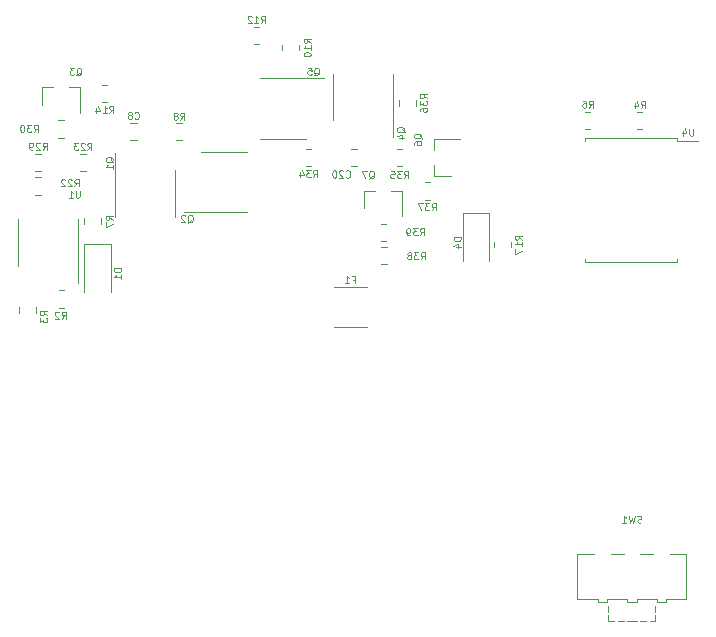
<source format=gbr>
%TF.GenerationSoftware,KiCad,Pcbnew,5.1.10-88a1d61d58~90~ubuntu20.04.1*%
%TF.CreationDate,2021-08-05T17:18:09+03:00*%
%TF.ProjectId,PiUPS,50695550-532e-46b6-9963-61645f706362,rev?*%
%TF.SameCoordinates,Original*%
%TF.FileFunction,Legend,Bot*%
%TF.FilePolarity,Positive*%
%FSLAX46Y46*%
G04 Gerber Fmt 4.6, Leading zero omitted, Abs format (unit mm)*
G04 Created by KiCad (PCBNEW 5.1.10-88a1d61d58~90~ubuntu20.04.1) date 2021-08-05 17:18:09*
%MOMM*%
%LPD*%
G01*
G04 APERTURE LIST*
%ADD10C,0.120000*%
%ADD11C,0.100000*%
G04 APERTURE END LIST*
D10*
%TO.C,R12*%
X86722936Y-76035000D02*
X87177064Y-76035000D01*
X86722936Y-74565000D02*
X87177064Y-74565000D01*
%TO.C,U4*%
X118650000Y-94515000D02*
X114790000Y-94515000D01*
X114790000Y-94515000D02*
X114790000Y-94260000D01*
X118650000Y-94515000D02*
X122510000Y-94515000D01*
X122510000Y-94515000D02*
X122510000Y-94260000D01*
X118650000Y-83995000D02*
X114790000Y-83995000D01*
X114790000Y-83995000D02*
X114790000Y-84250000D01*
X118650000Y-83995000D02*
X122510000Y-83995000D01*
X122510000Y-83995000D02*
X122510000Y-84250000D01*
X122510000Y-84250000D02*
X124325000Y-84250000D01*
%TO.C,U1*%
X66735000Y-92825000D02*
X66735000Y-90875000D01*
X66735000Y-92825000D02*
X66735000Y-94775000D01*
X71855000Y-92825000D02*
X71855000Y-90875000D01*
X71855000Y-92825000D02*
X71855000Y-96275000D01*
%TO.C,SW1*%
X115525000Y-119180000D02*
X114125000Y-119180000D01*
X114125000Y-119180000D02*
X114125000Y-122980000D01*
X123325000Y-122980000D02*
X123325000Y-119180000D01*
X123325000Y-119180000D02*
X121925000Y-119180000D01*
X116925000Y-119180000D02*
X118025000Y-119180000D01*
X118025000Y-119180000D02*
X118025000Y-119180000D01*
X119425000Y-119180000D02*
X120525000Y-119180000D01*
X120525000Y-119180000D02*
X120525000Y-119180000D01*
X114125000Y-122980000D02*
X115825000Y-122980000D01*
X115825000Y-122980000D02*
X115825000Y-123280000D01*
X115825000Y-123280000D02*
X116625000Y-123280000D01*
X116625000Y-123280000D02*
X116625000Y-122980000D01*
X116625000Y-122980000D02*
X118325000Y-122980000D01*
X118325000Y-122980000D02*
X118325000Y-123280000D01*
X118325000Y-123280000D02*
X119125000Y-123280000D01*
X119125000Y-123280000D02*
X119125000Y-122980000D01*
X119125000Y-122980000D02*
X120825000Y-122980000D01*
X120825000Y-122980000D02*
X120825000Y-123280000D01*
X120825000Y-123280000D02*
X121625000Y-123280000D01*
X121625000Y-123280000D02*
X121625000Y-122980000D01*
X121625000Y-122980000D02*
X123325000Y-122980000D01*
X123325000Y-122980000D02*
X123325000Y-122980000D01*
X120725000Y-124880000D02*
X120725000Y-124380000D01*
X120725000Y-124380000D02*
X120725000Y-124380000D01*
X120725000Y-124880000D02*
X120225000Y-124880000D01*
X120225000Y-124880000D02*
X120225000Y-124880000D01*
X116725000Y-124880000D02*
X117225000Y-124880000D01*
X117225000Y-124880000D02*
X117225000Y-124880000D01*
X116725000Y-124880000D02*
X116725000Y-124380000D01*
X116725000Y-124380000D02*
X116725000Y-124380000D01*
X116725000Y-124080000D02*
X116725000Y-123580000D01*
X116725000Y-123580000D02*
X116725000Y-123580000D01*
X120725000Y-124080000D02*
X120725000Y-123580000D01*
X120725000Y-123580000D02*
X120725000Y-123580000D01*
X119925000Y-124880000D02*
X119425000Y-124880000D01*
X119425000Y-124880000D02*
X119425000Y-124880000D01*
X117525000Y-124880000D02*
X118025000Y-124880000D01*
X118025000Y-124880000D02*
X118025000Y-124880000D01*
X118325000Y-124880000D02*
X119125000Y-124880000D01*
X119125000Y-124880000D02*
X119125000Y-124880000D01*
%TO.C,R17*%
X107025000Y-92752936D02*
X107025000Y-93207064D01*
X108495000Y-92752936D02*
X108495000Y-93207064D01*
%TO.C,R10*%
X89115000Y-76072936D02*
X89115000Y-76527064D01*
X90585000Y-76072936D02*
X90585000Y-76527064D01*
%TO.C,R6*%
X114772936Y-83235000D02*
X115227064Y-83235000D01*
X114772936Y-81765000D02*
X115227064Y-81765000D01*
%TO.C,R4*%
X119172936Y-83235000D02*
X119627064Y-83235000D01*
X119172936Y-81765000D02*
X119627064Y-81765000D01*
%TO.C,R34*%
X91577064Y-84915000D02*
X91122936Y-84915000D01*
X91577064Y-86385000D02*
X91122936Y-86385000D01*
%TO.C,R8*%
X80172936Y-84185000D02*
X80627064Y-84185000D01*
X80172936Y-82715000D02*
X80627064Y-82715000D01*
%TO.C,R35*%
X99277064Y-84915000D02*
X98822936Y-84915000D01*
X99277064Y-86385000D02*
X98822936Y-86385000D01*
%TO.C,R14*%
X73872936Y-80935000D02*
X74327064Y-80935000D01*
X73872936Y-79465000D02*
X74327064Y-79465000D01*
%TO.C,R30*%
X70627064Y-82465000D02*
X70172936Y-82465000D01*
X70627064Y-83935000D02*
X70172936Y-83935000D01*
%TO.C,R37*%
X101172936Y-89185000D02*
X101627064Y-89185000D01*
X101172936Y-87715000D02*
X101627064Y-87715000D01*
%TO.C,R23*%
X72477064Y-85315000D02*
X72022936Y-85315000D01*
X72477064Y-86785000D02*
X72022936Y-86785000D01*
%TO.C,R36*%
X100485000Y-81227064D02*
X100485000Y-80772936D01*
X99015000Y-81227064D02*
X99015000Y-80772936D01*
%TO.C,R39*%
X97472936Y-92685000D02*
X97927064Y-92685000D01*
X97472936Y-91215000D02*
X97927064Y-91215000D01*
%TO.C,R38*%
X97522936Y-94685000D02*
X97977064Y-94685000D01*
X97522936Y-93215000D02*
X97977064Y-93215000D01*
%TO.C,R2*%
X70222936Y-98335000D02*
X70677064Y-98335000D01*
X70222936Y-96865000D02*
X70677064Y-96865000D01*
%TO.C,R3*%
X66815000Y-98322936D02*
X66815000Y-98777064D01*
X68285000Y-98322936D02*
X68285000Y-98777064D01*
%TO.C,R29*%
X68677064Y-85315000D02*
X68222936Y-85315000D01*
X68677064Y-86785000D02*
X68222936Y-86785000D01*
%TO.C,R22*%
X68222936Y-88785000D02*
X68677064Y-88785000D01*
X68222936Y-87315000D02*
X68677064Y-87315000D01*
%TO.C,R7*%
X73785000Y-91227064D02*
X73785000Y-90772936D01*
X72315000Y-91227064D02*
X72315000Y-90772936D01*
%TO.C,Q5*%
X89200000Y-84030000D02*
X87250000Y-84030000D01*
X89200000Y-84030000D02*
X91150000Y-84030000D01*
X89200000Y-78910000D02*
X87250000Y-78910000D01*
X89200000Y-78910000D02*
X92650000Y-78910000D01*
%TO.C,Q2*%
X84225000Y-85125000D02*
X86175000Y-85125000D01*
X84225000Y-85125000D02*
X82275000Y-85125000D01*
X84225000Y-90245000D02*
X86175000Y-90245000D01*
X84225000Y-90245000D02*
X80775000Y-90245000D01*
%TO.C,Q6*%
X101990000Y-87230000D02*
X101990000Y-86300000D01*
X101990000Y-84070000D02*
X101990000Y-85000000D01*
X101990000Y-84070000D02*
X104150000Y-84070000D01*
X101990000Y-87230000D02*
X103450000Y-87230000D01*
%TO.C,Q3*%
X68820000Y-79690000D02*
X69750000Y-79690000D01*
X71980000Y-79690000D02*
X71050000Y-79690000D01*
X71980000Y-79690000D02*
X71980000Y-81850000D01*
X68820000Y-79690000D02*
X68820000Y-81150000D01*
%TO.C,Q4*%
X93425000Y-80465000D02*
X93425000Y-78515000D01*
X93425000Y-80465000D02*
X93425000Y-82415000D01*
X98545000Y-80465000D02*
X98545000Y-78515000D01*
X98545000Y-80465000D02*
X98545000Y-83915000D01*
%TO.C,Q1*%
X80075000Y-88675000D02*
X80075000Y-90625000D01*
X80075000Y-88675000D02*
X80075000Y-86725000D01*
X74955000Y-88675000D02*
X74955000Y-90625000D01*
X74955000Y-88675000D02*
X74955000Y-85225000D01*
%TO.C,Q7*%
X96070000Y-88440000D02*
X97000000Y-88440000D01*
X99230000Y-88440000D02*
X98300000Y-88440000D01*
X99230000Y-88440000D02*
X99230000Y-90600000D01*
X96070000Y-88440000D02*
X96070000Y-89900000D01*
%TO.C,F1*%
X96286252Y-96590000D02*
X93513748Y-96590000D01*
X96286252Y-100010000D02*
X93513748Y-100010000D01*
%TO.C,D4*%
X104405000Y-94427500D02*
X104405000Y-90367500D01*
X104405000Y-90367500D02*
X106675000Y-90367500D01*
X106675000Y-90367500D02*
X106675000Y-94427500D01*
%TO.C,D1*%
X72365000Y-97037500D02*
X72365000Y-92977500D01*
X72365000Y-92977500D02*
X74635000Y-92977500D01*
X74635000Y-92977500D02*
X74635000Y-97037500D01*
%TO.C,C20*%
X95448752Y-84915000D02*
X94926248Y-84915000D01*
X95448752Y-86385000D02*
X94926248Y-86385000D01*
%TO.C,C8*%
X76276248Y-84185000D02*
X76798752Y-84185000D01*
X76276248Y-82715000D02*
X76798752Y-82715000D01*
%TO.C,R12*%
D11*
X87335714Y-74246428D02*
X87535714Y-73960714D01*
X87678571Y-74246428D02*
X87678571Y-73646428D01*
X87450000Y-73646428D01*
X87392857Y-73675000D01*
X87364285Y-73703571D01*
X87335714Y-73760714D01*
X87335714Y-73846428D01*
X87364285Y-73903571D01*
X87392857Y-73932142D01*
X87450000Y-73960714D01*
X87678571Y-73960714D01*
X86764285Y-74246428D02*
X87107142Y-74246428D01*
X86935714Y-74246428D02*
X86935714Y-73646428D01*
X86992857Y-73732142D01*
X87050000Y-73789285D01*
X87107142Y-73817857D01*
X86535714Y-73703571D02*
X86507142Y-73675000D01*
X86450000Y-73646428D01*
X86307142Y-73646428D01*
X86250000Y-73675000D01*
X86221428Y-73703571D01*
X86192857Y-73760714D01*
X86192857Y-73817857D01*
X86221428Y-73903571D01*
X86564285Y-74246428D01*
X86192857Y-74246428D01*
%TO.C,U4*%
X123932142Y-83171428D02*
X123932142Y-83657142D01*
X123903571Y-83714285D01*
X123875000Y-83742857D01*
X123817857Y-83771428D01*
X123703571Y-83771428D01*
X123646428Y-83742857D01*
X123617857Y-83714285D01*
X123589285Y-83657142D01*
X123589285Y-83171428D01*
X123046428Y-83371428D02*
X123046428Y-83771428D01*
X123189285Y-83142857D02*
X123332142Y-83571428D01*
X122960714Y-83571428D01*
%TO.C,U1*%
X71982142Y-88421428D02*
X71982142Y-88907142D01*
X71953571Y-88964285D01*
X71925000Y-88992857D01*
X71867857Y-89021428D01*
X71753571Y-89021428D01*
X71696428Y-88992857D01*
X71667857Y-88964285D01*
X71639285Y-88907142D01*
X71639285Y-88421428D01*
X71039285Y-89021428D02*
X71382142Y-89021428D01*
X71210714Y-89021428D02*
X71210714Y-88421428D01*
X71267857Y-88507142D01*
X71325000Y-88564285D01*
X71382142Y-88592857D01*
%TO.C,SW1*%
X119525000Y-116522857D02*
X119439285Y-116551428D01*
X119296428Y-116551428D01*
X119239285Y-116522857D01*
X119210714Y-116494285D01*
X119182142Y-116437142D01*
X119182142Y-116380000D01*
X119210714Y-116322857D01*
X119239285Y-116294285D01*
X119296428Y-116265714D01*
X119410714Y-116237142D01*
X119467857Y-116208571D01*
X119496428Y-116180000D01*
X119525000Y-116122857D01*
X119525000Y-116065714D01*
X119496428Y-116008571D01*
X119467857Y-115980000D01*
X119410714Y-115951428D01*
X119267857Y-115951428D01*
X119182142Y-115980000D01*
X118982142Y-115951428D02*
X118839285Y-116551428D01*
X118725000Y-116122857D01*
X118610714Y-116551428D01*
X118467857Y-115951428D01*
X117925000Y-116551428D02*
X118267857Y-116551428D01*
X118096428Y-116551428D02*
X118096428Y-115951428D01*
X118153571Y-116037142D01*
X118210714Y-116094285D01*
X118267857Y-116122857D01*
%TO.C,R17*%
X109421428Y-92589285D02*
X109135714Y-92389285D01*
X109421428Y-92246428D02*
X108821428Y-92246428D01*
X108821428Y-92475000D01*
X108850000Y-92532142D01*
X108878571Y-92560714D01*
X108935714Y-92589285D01*
X109021428Y-92589285D01*
X109078571Y-92560714D01*
X109107142Y-92532142D01*
X109135714Y-92475000D01*
X109135714Y-92246428D01*
X109421428Y-93160714D02*
X109421428Y-92817857D01*
X109421428Y-92989285D02*
X108821428Y-92989285D01*
X108907142Y-92932142D01*
X108964285Y-92875000D01*
X108992857Y-92817857D01*
X108821428Y-93360714D02*
X108821428Y-93760714D01*
X109421428Y-93503571D01*
%TO.C,R10*%
X91546428Y-75914285D02*
X91260714Y-75714285D01*
X91546428Y-75571428D02*
X90946428Y-75571428D01*
X90946428Y-75800000D01*
X90975000Y-75857142D01*
X91003571Y-75885714D01*
X91060714Y-75914285D01*
X91146428Y-75914285D01*
X91203571Y-75885714D01*
X91232142Y-75857142D01*
X91260714Y-75800000D01*
X91260714Y-75571428D01*
X91546428Y-76485714D02*
X91546428Y-76142857D01*
X91546428Y-76314285D02*
X90946428Y-76314285D01*
X91032142Y-76257142D01*
X91089285Y-76200000D01*
X91117857Y-76142857D01*
X90946428Y-76857142D02*
X90946428Y-76914285D01*
X90975000Y-76971428D01*
X91003571Y-77000000D01*
X91060714Y-77028571D01*
X91175000Y-77057142D01*
X91317857Y-77057142D01*
X91432142Y-77028571D01*
X91489285Y-77000000D01*
X91517857Y-76971428D01*
X91546428Y-76914285D01*
X91546428Y-76857142D01*
X91517857Y-76800000D01*
X91489285Y-76771428D01*
X91432142Y-76742857D01*
X91317857Y-76714285D01*
X91175000Y-76714285D01*
X91060714Y-76742857D01*
X91003571Y-76771428D01*
X90975000Y-76800000D01*
X90946428Y-76857142D01*
%TO.C,R6*%
X115100000Y-81421428D02*
X115300000Y-81135714D01*
X115442857Y-81421428D02*
X115442857Y-80821428D01*
X115214285Y-80821428D01*
X115157142Y-80850000D01*
X115128571Y-80878571D01*
X115100000Y-80935714D01*
X115100000Y-81021428D01*
X115128571Y-81078571D01*
X115157142Y-81107142D01*
X115214285Y-81135714D01*
X115442857Y-81135714D01*
X114585714Y-80821428D02*
X114700000Y-80821428D01*
X114757142Y-80850000D01*
X114785714Y-80878571D01*
X114842857Y-80964285D01*
X114871428Y-81078571D01*
X114871428Y-81307142D01*
X114842857Y-81364285D01*
X114814285Y-81392857D01*
X114757142Y-81421428D01*
X114642857Y-81421428D01*
X114585714Y-81392857D01*
X114557142Y-81364285D01*
X114528571Y-81307142D01*
X114528571Y-81164285D01*
X114557142Y-81107142D01*
X114585714Y-81078571D01*
X114642857Y-81050000D01*
X114757142Y-81050000D01*
X114814285Y-81078571D01*
X114842857Y-81107142D01*
X114871428Y-81164285D01*
%TO.C,R4*%
X119500000Y-81446428D02*
X119700000Y-81160714D01*
X119842857Y-81446428D02*
X119842857Y-80846428D01*
X119614285Y-80846428D01*
X119557142Y-80875000D01*
X119528571Y-80903571D01*
X119500000Y-80960714D01*
X119500000Y-81046428D01*
X119528571Y-81103571D01*
X119557142Y-81132142D01*
X119614285Y-81160714D01*
X119842857Y-81160714D01*
X118985714Y-81046428D02*
X118985714Y-81446428D01*
X119128571Y-80817857D02*
X119271428Y-81246428D01*
X118900000Y-81246428D01*
%TO.C,R34*%
X91735714Y-87296428D02*
X91935714Y-87010714D01*
X92078571Y-87296428D02*
X92078571Y-86696428D01*
X91850000Y-86696428D01*
X91792857Y-86725000D01*
X91764285Y-86753571D01*
X91735714Y-86810714D01*
X91735714Y-86896428D01*
X91764285Y-86953571D01*
X91792857Y-86982142D01*
X91850000Y-87010714D01*
X92078571Y-87010714D01*
X91535714Y-86696428D02*
X91164285Y-86696428D01*
X91364285Y-86925000D01*
X91278571Y-86925000D01*
X91221428Y-86953571D01*
X91192857Y-86982142D01*
X91164285Y-87039285D01*
X91164285Y-87182142D01*
X91192857Y-87239285D01*
X91221428Y-87267857D01*
X91278571Y-87296428D01*
X91450000Y-87296428D01*
X91507142Y-87267857D01*
X91535714Y-87239285D01*
X90650000Y-86896428D02*
X90650000Y-87296428D01*
X90792857Y-86667857D02*
X90935714Y-87096428D01*
X90564285Y-87096428D01*
%TO.C,R8*%
X80500000Y-82421428D02*
X80700000Y-82135714D01*
X80842857Y-82421428D02*
X80842857Y-81821428D01*
X80614285Y-81821428D01*
X80557142Y-81850000D01*
X80528571Y-81878571D01*
X80500000Y-81935714D01*
X80500000Y-82021428D01*
X80528571Y-82078571D01*
X80557142Y-82107142D01*
X80614285Y-82135714D01*
X80842857Y-82135714D01*
X80157142Y-82078571D02*
X80214285Y-82050000D01*
X80242857Y-82021428D01*
X80271428Y-81964285D01*
X80271428Y-81935714D01*
X80242857Y-81878571D01*
X80214285Y-81850000D01*
X80157142Y-81821428D01*
X80042857Y-81821428D01*
X79985714Y-81850000D01*
X79957142Y-81878571D01*
X79928571Y-81935714D01*
X79928571Y-81964285D01*
X79957142Y-82021428D01*
X79985714Y-82050000D01*
X80042857Y-82078571D01*
X80157142Y-82078571D01*
X80214285Y-82107142D01*
X80242857Y-82135714D01*
X80271428Y-82192857D01*
X80271428Y-82307142D01*
X80242857Y-82364285D01*
X80214285Y-82392857D01*
X80157142Y-82421428D01*
X80042857Y-82421428D01*
X79985714Y-82392857D01*
X79957142Y-82364285D01*
X79928571Y-82307142D01*
X79928571Y-82192857D01*
X79957142Y-82135714D01*
X79985714Y-82107142D01*
X80042857Y-82078571D01*
%TO.C,R35*%
X99435714Y-87371428D02*
X99635714Y-87085714D01*
X99778571Y-87371428D02*
X99778571Y-86771428D01*
X99550000Y-86771428D01*
X99492857Y-86800000D01*
X99464285Y-86828571D01*
X99435714Y-86885714D01*
X99435714Y-86971428D01*
X99464285Y-87028571D01*
X99492857Y-87057142D01*
X99550000Y-87085714D01*
X99778571Y-87085714D01*
X99235714Y-86771428D02*
X98864285Y-86771428D01*
X99064285Y-87000000D01*
X98978571Y-87000000D01*
X98921428Y-87028571D01*
X98892857Y-87057142D01*
X98864285Y-87114285D01*
X98864285Y-87257142D01*
X98892857Y-87314285D01*
X98921428Y-87342857D01*
X98978571Y-87371428D01*
X99150000Y-87371428D01*
X99207142Y-87342857D01*
X99235714Y-87314285D01*
X98321428Y-86771428D02*
X98607142Y-86771428D01*
X98635714Y-87057142D01*
X98607142Y-87028571D01*
X98550000Y-87000000D01*
X98407142Y-87000000D01*
X98350000Y-87028571D01*
X98321428Y-87057142D01*
X98292857Y-87114285D01*
X98292857Y-87257142D01*
X98321428Y-87314285D01*
X98350000Y-87342857D01*
X98407142Y-87371428D01*
X98550000Y-87371428D01*
X98607142Y-87342857D01*
X98635714Y-87314285D01*
%TO.C,R14*%
X74485714Y-81871428D02*
X74685714Y-81585714D01*
X74828571Y-81871428D02*
X74828571Y-81271428D01*
X74600000Y-81271428D01*
X74542857Y-81300000D01*
X74514285Y-81328571D01*
X74485714Y-81385714D01*
X74485714Y-81471428D01*
X74514285Y-81528571D01*
X74542857Y-81557142D01*
X74600000Y-81585714D01*
X74828571Y-81585714D01*
X73914285Y-81871428D02*
X74257142Y-81871428D01*
X74085714Y-81871428D02*
X74085714Y-81271428D01*
X74142857Y-81357142D01*
X74200000Y-81414285D01*
X74257142Y-81442857D01*
X73400000Y-81471428D02*
X73400000Y-81871428D01*
X73542857Y-81242857D02*
X73685714Y-81671428D01*
X73314285Y-81671428D01*
%TO.C,R30*%
X68085714Y-83471428D02*
X68285714Y-83185714D01*
X68428571Y-83471428D02*
X68428571Y-82871428D01*
X68200000Y-82871428D01*
X68142857Y-82900000D01*
X68114285Y-82928571D01*
X68085714Y-82985714D01*
X68085714Y-83071428D01*
X68114285Y-83128571D01*
X68142857Y-83157142D01*
X68200000Y-83185714D01*
X68428571Y-83185714D01*
X67885714Y-82871428D02*
X67514285Y-82871428D01*
X67714285Y-83100000D01*
X67628571Y-83100000D01*
X67571428Y-83128571D01*
X67542857Y-83157142D01*
X67514285Y-83214285D01*
X67514285Y-83357142D01*
X67542857Y-83414285D01*
X67571428Y-83442857D01*
X67628571Y-83471428D01*
X67800000Y-83471428D01*
X67857142Y-83442857D01*
X67885714Y-83414285D01*
X67142857Y-82871428D02*
X67085714Y-82871428D01*
X67028571Y-82900000D01*
X67000000Y-82928571D01*
X66971428Y-82985714D01*
X66942857Y-83100000D01*
X66942857Y-83242857D01*
X66971428Y-83357142D01*
X67000000Y-83414285D01*
X67028571Y-83442857D01*
X67085714Y-83471428D01*
X67142857Y-83471428D01*
X67200000Y-83442857D01*
X67228571Y-83414285D01*
X67257142Y-83357142D01*
X67285714Y-83242857D01*
X67285714Y-83100000D01*
X67257142Y-82985714D01*
X67228571Y-82928571D01*
X67200000Y-82900000D01*
X67142857Y-82871428D01*
%TO.C,R37*%
X101785714Y-90096428D02*
X101985714Y-89810714D01*
X102128571Y-90096428D02*
X102128571Y-89496428D01*
X101900000Y-89496428D01*
X101842857Y-89525000D01*
X101814285Y-89553571D01*
X101785714Y-89610714D01*
X101785714Y-89696428D01*
X101814285Y-89753571D01*
X101842857Y-89782142D01*
X101900000Y-89810714D01*
X102128571Y-89810714D01*
X101585714Y-89496428D02*
X101214285Y-89496428D01*
X101414285Y-89725000D01*
X101328571Y-89725000D01*
X101271428Y-89753571D01*
X101242857Y-89782142D01*
X101214285Y-89839285D01*
X101214285Y-89982142D01*
X101242857Y-90039285D01*
X101271428Y-90067857D01*
X101328571Y-90096428D01*
X101500000Y-90096428D01*
X101557142Y-90067857D01*
X101585714Y-90039285D01*
X101014285Y-89496428D02*
X100614285Y-89496428D01*
X100871428Y-90096428D01*
%TO.C,R23*%
X72635714Y-84996428D02*
X72835714Y-84710714D01*
X72978571Y-84996428D02*
X72978571Y-84396428D01*
X72750000Y-84396428D01*
X72692857Y-84425000D01*
X72664285Y-84453571D01*
X72635714Y-84510714D01*
X72635714Y-84596428D01*
X72664285Y-84653571D01*
X72692857Y-84682142D01*
X72750000Y-84710714D01*
X72978571Y-84710714D01*
X72407142Y-84453571D02*
X72378571Y-84425000D01*
X72321428Y-84396428D01*
X72178571Y-84396428D01*
X72121428Y-84425000D01*
X72092857Y-84453571D01*
X72064285Y-84510714D01*
X72064285Y-84567857D01*
X72092857Y-84653571D01*
X72435714Y-84996428D01*
X72064285Y-84996428D01*
X71864285Y-84396428D02*
X71492857Y-84396428D01*
X71692857Y-84625000D01*
X71607142Y-84625000D01*
X71550000Y-84653571D01*
X71521428Y-84682142D01*
X71492857Y-84739285D01*
X71492857Y-84882142D01*
X71521428Y-84939285D01*
X71550000Y-84967857D01*
X71607142Y-84996428D01*
X71778571Y-84996428D01*
X71835714Y-84967857D01*
X71864285Y-84939285D01*
%TO.C,R36*%
X101396428Y-80614285D02*
X101110714Y-80414285D01*
X101396428Y-80271428D02*
X100796428Y-80271428D01*
X100796428Y-80500000D01*
X100825000Y-80557142D01*
X100853571Y-80585714D01*
X100910714Y-80614285D01*
X100996428Y-80614285D01*
X101053571Y-80585714D01*
X101082142Y-80557142D01*
X101110714Y-80500000D01*
X101110714Y-80271428D01*
X100796428Y-80814285D02*
X100796428Y-81185714D01*
X101025000Y-80985714D01*
X101025000Y-81071428D01*
X101053571Y-81128571D01*
X101082142Y-81157142D01*
X101139285Y-81185714D01*
X101282142Y-81185714D01*
X101339285Y-81157142D01*
X101367857Y-81128571D01*
X101396428Y-81071428D01*
X101396428Y-80900000D01*
X101367857Y-80842857D01*
X101339285Y-80814285D01*
X100796428Y-81700000D02*
X100796428Y-81585714D01*
X100825000Y-81528571D01*
X100853571Y-81500000D01*
X100939285Y-81442857D01*
X101053571Y-81414285D01*
X101282142Y-81414285D01*
X101339285Y-81442857D01*
X101367857Y-81471428D01*
X101396428Y-81528571D01*
X101396428Y-81642857D01*
X101367857Y-81700000D01*
X101339285Y-81728571D01*
X101282142Y-81757142D01*
X101139285Y-81757142D01*
X101082142Y-81728571D01*
X101053571Y-81700000D01*
X101025000Y-81642857D01*
X101025000Y-81528571D01*
X101053571Y-81471428D01*
X101082142Y-81442857D01*
X101139285Y-81414285D01*
%TO.C,R39*%
X100785714Y-92221428D02*
X100985714Y-91935714D01*
X101128571Y-92221428D02*
X101128571Y-91621428D01*
X100900000Y-91621428D01*
X100842857Y-91650000D01*
X100814285Y-91678571D01*
X100785714Y-91735714D01*
X100785714Y-91821428D01*
X100814285Y-91878571D01*
X100842857Y-91907142D01*
X100900000Y-91935714D01*
X101128571Y-91935714D01*
X100585714Y-91621428D02*
X100214285Y-91621428D01*
X100414285Y-91850000D01*
X100328571Y-91850000D01*
X100271428Y-91878571D01*
X100242857Y-91907142D01*
X100214285Y-91964285D01*
X100214285Y-92107142D01*
X100242857Y-92164285D01*
X100271428Y-92192857D01*
X100328571Y-92221428D01*
X100500000Y-92221428D01*
X100557142Y-92192857D01*
X100585714Y-92164285D01*
X99928571Y-92221428D02*
X99814285Y-92221428D01*
X99757142Y-92192857D01*
X99728571Y-92164285D01*
X99671428Y-92078571D01*
X99642857Y-91964285D01*
X99642857Y-91735714D01*
X99671428Y-91678571D01*
X99700000Y-91650000D01*
X99757142Y-91621428D01*
X99871428Y-91621428D01*
X99928571Y-91650000D01*
X99957142Y-91678571D01*
X99985714Y-91735714D01*
X99985714Y-91878571D01*
X99957142Y-91935714D01*
X99928571Y-91964285D01*
X99871428Y-91992857D01*
X99757142Y-91992857D01*
X99700000Y-91964285D01*
X99671428Y-91935714D01*
X99642857Y-91878571D01*
%TO.C,R38*%
X100860714Y-94246428D02*
X101060714Y-93960714D01*
X101203571Y-94246428D02*
X101203571Y-93646428D01*
X100975000Y-93646428D01*
X100917857Y-93675000D01*
X100889285Y-93703571D01*
X100860714Y-93760714D01*
X100860714Y-93846428D01*
X100889285Y-93903571D01*
X100917857Y-93932142D01*
X100975000Y-93960714D01*
X101203571Y-93960714D01*
X100660714Y-93646428D02*
X100289285Y-93646428D01*
X100489285Y-93875000D01*
X100403571Y-93875000D01*
X100346428Y-93903571D01*
X100317857Y-93932142D01*
X100289285Y-93989285D01*
X100289285Y-94132142D01*
X100317857Y-94189285D01*
X100346428Y-94217857D01*
X100403571Y-94246428D01*
X100575000Y-94246428D01*
X100632142Y-94217857D01*
X100660714Y-94189285D01*
X99946428Y-93903571D02*
X100003571Y-93875000D01*
X100032142Y-93846428D01*
X100060714Y-93789285D01*
X100060714Y-93760714D01*
X100032142Y-93703571D01*
X100003571Y-93675000D01*
X99946428Y-93646428D01*
X99832142Y-93646428D01*
X99775000Y-93675000D01*
X99746428Y-93703571D01*
X99717857Y-93760714D01*
X99717857Y-93789285D01*
X99746428Y-93846428D01*
X99775000Y-93875000D01*
X99832142Y-93903571D01*
X99946428Y-93903571D01*
X100003571Y-93932142D01*
X100032142Y-93960714D01*
X100060714Y-94017857D01*
X100060714Y-94132142D01*
X100032142Y-94189285D01*
X100003571Y-94217857D01*
X99946428Y-94246428D01*
X99832142Y-94246428D01*
X99775000Y-94217857D01*
X99746428Y-94189285D01*
X99717857Y-94132142D01*
X99717857Y-94017857D01*
X99746428Y-93960714D01*
X99775000Y-93932142D01*
X99832142Y-93903571D01*
%TO.C,R2*%
X70450000Y-99271428D02*
X70650000Y-98985714D01*
X70792857Y-99271428D02*
X70792857Y-98671428D01*
X70564285Y-98671428D01*
X70507142Y-98700000D01*
X70478571Y-98728571D01*
X70450000Y-98785714D01*
X70450000Y-98871428D01*
X70478571Y-98928571D01*
X70507142Y-98957142D01*
X70564285Y-98985714D01*
X70792857Y-98985714D01*
X70221428Y-98728571D02*
X70192857Y-98700000D01*
X70135714Y-98671428D01*
X69992857Y-98671428D01*
X69935714Y-98700000D01*
X69907142Y-98728571D01*
X69878571Y-98785714D01*
X69878571Y-98842857D01*
X69907142Y-98928571D01*
X70250000Y-99271428D01*
X69878571Y-99271428D01*
%TO.C,R3*%
X69221428Y-99000000D02*
X68935714Y-98800000D01*
X69221428Y-98657142D02*
X68621428Y-98657142D01*
X68621428Y-98885714D01*
X68650000Y-98942857D01*
X68678571Y-98971428D01*
X68735714Y-99000000D01*
X68821428Y-99000000D01*
X68878571Y-98971428D01*
X68907142Y-98942857D01*
X68935714Y-98885714D01*
X68935714Y-98657142D01*
X68621428Y-99200000D02*
X68621428Y-99571428D01*
X68850000Y-99371428D01*
X68850000Y-99457142D01*
X68878571Y-99514285D01*
X68907142Y-99542857D01*
X68964285Y-99571428D01*
X69107142Y-99571428D01*
X69164285Y-99542857D01*
X69192857Y-99514285D01*
X69221428Y-99457142D01*
X69221428Y-99285714D01*
X69192857Y-99228571D01*
X69164285Y-99200000D01*
%TO.C,R29*%
X68835714Y-84971428D02*
X69035714Y-84685714D01*
X69178571Y-84971428D02*
X69178571Y-84371428D01*
X68950000Y-84371428D01*
X68892857Y-84400000D01*
X68864285Y-84428571D01*
X68835714Y-84485714D01*
X68835714Y-84571428D01*
X68864285Y-84628571D01*
X68892857Y-84657142D01*
X68950000Y-84685714D01*
X69178571Y-84685714D01*
X68607142Y-84428571D02*
X68578571Y-84400000D01*
X68521428Y-84371428D01*
X68378571Y-84371428D01*
X68321428Y-84400000D01*
X68292857Y-84428571D01*
X68264285Y-84485714D01*
X68264285Y-84542857D01*
X68292857Y-84628571D01*
X68635714Y-84971428D01*
X68264285Y-84971428D01*
X67978571Y-84971428D02*
X67864285Y-84971428D01*
X67807142Y-84942857D01*
X67778571Y-84914285D01*
X67721428Y-84828571D01*
X67692857Y-84714285D01*
X67692857Y-84485714D01*
X67721428Y-84428571D01*
X67750000Y-84400000D01*
X67807142Y-84371428D01*
X67921428Y-84371428D01*
X67978571Y-84400000D01*
X68007142Y-84428571D01*
X68035714Y-84485714D01*
X68035714Y-84628571D01*
X68007142Y-84685714D01*
X67978571Y-84714285D01*
X67921428Y-84742857D01*
X67807142Y-84742857D01*
X67750000Y-84714285D01*
X67721428Y-84685714D01*
X67692857Y-84628571D01*
%TO.C,R22*%
X71535714Y-88071428D02*
X71735714Y-87785714D01*
X71878571Y-88071428D02*
X71878571Y-87471428D01*
X71650000Y-87471428D01*
X71592857Y-87500000D01*
X71564285Y-87528571D01*
X71535714Y-87585714D01*
X71535714Y-87671428D01*
X71564285Y-87728571D01*
X71592857Y-87757142D01*
X71650000Y-87785714D01*
X71878571Y-87785714D01*
X71307142Y-87528571D02*
X71278571Y-87500000D01*
X71221428Y-87471428D01*
X71078571Y-87471428D01*
X71021428Y-87500000D01*
X70992857Y-87528571D01*
X70964285Y-87585714D01*
X70964285Y-87642857D01*
X70992857Y-87728571D01*
X71335714Y-88071428D01*
X70964285Y-88071428D01*
X70735714Y-87528571D02*
X70707142Y-87500000D01*
X70650000Y-87471428D01*
X70507142Y-87471428D01*
X70450000Y-87500000D01*
X70421428Y-87528571D01*
X70392857Y-87585714D01*
X70392857Y-87642857D01*
X70421428Y-87728571D01*
X70764285Y-88071428D01*
X70392857Y-88071428D01*
%TO.C,R7*%
X74771428Y-90900000D02*
X74485714Y-90700000D01*
X74771428Y-90557142D02*
X74171428Y-90557142D01*
X74171428Y-90785714D01*
X74200000Y-90842857D01*
X74228571Y-90871428D01*
X74285714Y-90900000D01*
X74371428Y-90900000D01*
X74428571Y-90871428D01*
X74457142Y-90842857D01*
X74485714Y-90785714D01*
X74485714Y-90557142D01*
X74171428Y-91100000D02*
X74171428Y-91500000D01*
X74771428Y-91242857D01*
%TO.C,Q5*%
X91807142Y-78678571D02*
X91864285Y-78650000D01*
X91921428Y-78592857D01*
X92007142Y-78507142D01*
X92064285Y-78478571D01*
X92121428Y-78478571D01*
X92092857Y-78621428D02*
X92150000Y-78592857D01*
X92207142Y-78535714D01*
X92235714Y-78421428D01*
X92235714Y-78221428D01*
X92207142Y-78107142D01*
X92150000Y-78050000D01*
X92092857Y-78021428D01*
X91978571Y-78021428D01*
X91921428Y-78050000D01*
X91864285Y-78107142D01*
X91835714Y-78221428D01*
X91835714Y-78421428D01*
X91864285Y-78535714D01*
X91921428Y-78592857D01*
X91978571Y-78621428D01*
X92092857Y-78621428D01*
X91292857Y-78021428D02*
X91578571Y-78021428D01*
X91607142Y-78307142D01*
X91578571Y-78278571D01*
X91521428Y-78250000D01*
X91378571Y-78250000D01*
X91321428Y-78278571D01*
X91292857Y-78307142D01*
X91264285Y-78364285D01*
X91264285Y-78507142D01*
X91292857Y-78564285D01*
X91321428Y-78592857D01*
X91378571Y-78621428D01*
X91521428Y-78621428D01*
X91578571Y-78592857D01*
X91607142Y-78564285D01*
%TO.C,Q2*%
X81107142Y-91153571D02*
X81164285Y-91125000D01*
X81221428Y-91067857D01*
X81307142Y-90982142D01*
X81364285Y-90953571D01*
X81421428Y-90953571D01*
X81392857Y-91096428D02*
X81450000Y-91067857D01*
X81507142Y-91010714D01*
X81535714Y-90896428D01*
X81535714Y-90696428D01*
X81507142Y-90582142D01*
X81450000Y-90525000D01*
X81392857Y-90496428D01*
X81278571Y-90496428D01*
X81221428Y-90525000D01*
X81164285Y-90582142D01*
X81135714Y-90696428D01*
X81135714Y-90896428D01*
X81164285Y-91010714D01*
X81221428Y-91067857D01*
X81278571Y-91096428D01*
X81392857Y-91096428D01*
X80907142Y-90553571D02*
X80878571Y-90525000D01*
X80821428Y-90496428D01*
X80678571Y-90496428D01*
X80621428Y-90525000D01*
X80592857Y-90553571D01*
X80564285Y-90610714D01*
X80564285Y-90667857D01*
X80592857Y-90753571D01*
X80935714Y-91096428D01*
X80564285Y-91096428D01*
%TO.C,Q6*%
X100953571Y-84042857D02*
X100925000Y-83985714D01*
X100867857Y-83928571D01*
X100782142Y-83842857D01*
X100753571Y-83785714D01*
X100753571Y-83728571D01*
X100896428Y-83757142D02*
X100867857Y-83700000D01*
X100810714Y-83642857D01*
X100696428Y-83614285D01*
X100496428Y-83614285D01*
X100382142Y-83642857D01*
X100325000Y-83700000D01*
X100296428Y-83757142D01*
X100296428Y-83871428D01*
X100325000Y-83928571D01*
X100382142Y-83985714D01*
X100496428Y-84014285D01*
X100696428Y-84014285D01*
X100810714Y-83985714D01*
X100867857Y-83928571D01*
X100896428Y-83871428D01*
X100896428Y-83757142D01*
X100296428Y-84528571D02*
X100296428Y-84414285D01*
X100325000Y-84357142D01*
X100353571Y-84328571D01*
X100439285Y-84271428D01*
X100553571Y-84242857D01*
X100782142Y-84242857D01*
X100839285Y-84271428D01*
X100867857Y-84300000D01*
X100896428Y-84357142D01*
X100896428Y-84471428D01*
X100867857Y-84528571D01*
X100839285Y-84557142D01*
X100782142Y-84585714D01*
X100639285Y-84585714D01*
X100582142Y-84557142D01*
X100553571Y-84528571D01*
X100525000Y-84471428D01*
X100525000Y-84357142D01*
X100553571Y-84300000D01*
X100582142Y-84271428D01*
X100639285Y-84242857D01*
%TO.C,Q3*%
X71682142Y-78678571D02*
X71739285Y-78650000D01*
X71796428Y-78592857D01*
X71882142Y-78507142D01*
X71939285Y-78478571D01*
X71996428Y-78478571D01*
X71967857Y-78621428D02*
X72025000Y-78592857D01*
X72082142Y-78535714D01*
X72110714Y-78421428D01*
X72110714Y-78221428D01*
X72082142Y-78107142D01*
X72025000Y-78050000D01*
X71967857Y-78021428D01*
X71853571Y-78021428D01*
X71796428Y-78050000D01*
X71739285Y-78107142D01*
X71710714Y-78221428D01*
X71710714Y-78421428D01*
X71739285Y-78535714D01*
X71796428Y-78592857D01*
X71853571Y-78621428D01*
X71967857Y-78621428D01*
X71510714Y-78021428D02*
X71139285Y-78021428D01*
X71339285Y-78250000D01*
X71253571Y-78250000D01*
X71196428Y-78278571D01*
X71167857Y-78307142D01*
X71139285Y-78364285D01*
X71139285Y-78507142D01*
X71167857Y-78564285D01*
X71196428Y-78592857D01*
X71253571Y-78621428D01*
X71425000Y-78621428D01*
X71482142Y-78592857D01*
X71510714Y-78564285D01*
%TO.C,Q4*%
X99503571Y-83492857D02*
X99475000Y-83435714D01*
X99417857Y-83378571D01*
X99332142Y-83292857D01*
X99303571Y-83235714D01*
X99303571Y-83178571D01*
X99446428Y-83207142D02*
X99417857Y-83150000D01*
X99360714Y-83092857D01*
X99246428Y-83064285D01*
X99046428Y-83064285D01*
X98932142Y-83092857D01*
X98875000Y-83150000D01*
X98846428Y-83207142D01*
X98846428Y-83321428D01*
X98875000Y-83378571D01*
X98932142Y-83435714D01*
X99046428Y-83464285D01*
X99246428Y-83464285D01*
X99360714Y-83435714D01*
X99417857Y-83378571D01*
X99446428Y-83321428D01*
X99446428Y-83207142D01*
X99046428Y-83978571D02*
X99446428Y-83978571D01*
X98817857Y-83835714D02*
X99246428Y-83692857D01*
X99246428Y-84064285D01*
%TO.C,Q1*%
X74828571Y-86042857D02*
X74800000Y-85985714D01*
X74742857Y-85928571D01*
X74657142Y-85842857D01*
X74628571Y-85785714D01*
X74628571Y-85728571D01*
X74771428Y-85757142D02*
X74742857Y-85700000D01*
X74685714Y-85642857D01*
X74571428Y-85614285D01*
X74371428Y-85614285D01*
X74257142Y-85642857D01*
X74200000Y-85700000D01*
X74171428Y-85757142D01*
X74171428Y-85871428D01*
X74200000Y-85928571D01*
X74257142Y-85985714D01*
X74371428Y-86014285D01*
X74571428Y-86014285D01*
X74685714Y-85985714D01*
X74742857Y-85928571D01*
X74771428Y-85871428D01*
X74771428Y-85757142D01*
X74771428Y-86585714D02*
X74771428Y-86242857D01*
X74771428Y-86414285D02*
X74171428Y-86414285D01*
X74257142Y-86357142D01*
X74314285Y-86300000D01*
X74342857Y-86242857D01*
%TO.C,Q7*%
X96482142Y-87428571D02*
X96539285Y-87400000D01*
X96596428Y-87342857D01*
X96682142Y-87257142D01*
X96739285Y-87228571D01*
X96796428Y-87228571D01*
X96767857Y-87371428D02*
X96825000Y-87342857D01*
X96882142Y-87285714D01*
X96910714Y-87171428D01*
X96910714Y-86971428D01*
X96882142Y-86857142D01*
X96825000Y-86800000D01*
X96767857Y-86771428D01*
X96653571Y-86771428D01*
X96596428Y-86800000D01*
X96539285Y-86857142D01*
X96510714Y-86971428D01*
X96510714Y-87171428D01*
X96539285Y-87285714D01*
X96596428Y-87342857D01*
X96653571Y-87371428D01*
X96767857Y-87371428D01*
X96310714Y-86771428D02*
X95910714Y-86771428D01*
X96167857Y-87371428D01*
%TO.C,F1*%
X95100000Y-95957142D02*
X95300000Y-95957142D01*
X95300000Y-96271428D02*
X95300000Y-95671428D01*
X95014285Y-95671428D01*
X94471428Y-96271428D02*
X94814285Y-96271428D01*
X94642857Y-96271428D02*
X94642857Y-95671428D01*
X94700000Y-95757142D01*
X94757142Y-95814285D01*
X94814285Y-95842857D01*
%TO.C,D4*%
X104246428Y-92382142D02*
X103646428Y-92382142D01*
X103646428Y-92525000D01*
X103675000Y-92610714D01*
X103732142Y-92667857D01*
X103789285Y-92696428D01*
X103903571Y-92725000D01*
X103989285Y-92725000D01*
X104103571Y-92696428D01*
X104160714Y-92667857D01*
X104217857Y-92610714D01*
X104246428Y-92525000D01*
X104246428Y-92382142D01*
X103846428Y-93239285D02*
X104246428Y-93239285D01*
X103617857Y-93096428D02*
X104046428Y-92953571D01*
X104046428Y-93325000D01*
%TO.C,D1*%
X75471428Y-95007142D02*
X74871428Y-95007142D01*
X74871428Y-95150000D01*
X74900000Y-95235714D01*
X74957142Y-95292857D01*
X75014285Y-95321428D01*
X75128571Y-95350000D01*
X75214285Y-95350000D01*
X75328571Y-95321428D01*
X75385714Y-95292857D01*
X75442857Y-95235714D01*
X75471428Y-95150000D01*
X75471428Y-95007142D01*
X75471428Y-95921428D02*
X75471428Y-95578571D01*
X75471428Y-95750000D02*
X74871428Y-95750000D01*
X74957142Y-95692857D01*
X75014285Y-95635714D01*
X75042857Y-95578571D01*
%TO.C,C20*%
X94510714Y-87264285D02*
X94539285Y-87292857D01*
X94625000Y-87321428D01*
X94682142Y-87321428D01*
X94767857Y-87292857D01*
X94825000Y-87235714D01*
X94853571Y-87178571D01*
X94882142Y-87064285D01*
X94882142Y-86978571D01*
X94853571Y-86864285D01*
X94825000Y-86807142D01*
X94767857Y-86750000D01*
X94682142Y-86721428D01*
X94625000Y-86721428D01*
X94539285Y-86750000D01*
X94510714Y-86778571D01*
X94282142Y-86778571D02*
X94253571Y-86750000D01*
X94196428Y-86721428D01*
X94053571Y-86721428D01*
X93996428Y-86750000D01*
X93967857Y-86778571D01*
X93939285Y-86835714D01*
X93939285Y-86892857D01*
X93967857Y-86978571D01*
X94310714Y-87321428D01*
X93939285Y-87321428D01*
X93567857Y-86721428D02*
X93510714Y-86721428D01*
X93453571Y-86750000D01*
X93425000Y-86778571D01*
X93396428Y-86835714D01*
X93367857Y-86950000D01*
X93367857Y-87092857D01*
X93396428Y-87207142D01*
X93425000Y-87264285D01*
X93453571Y-87292857D01*
X93510714Y-87321428D01*
X93567857Y-87321428D01*
X93625000Y-87292857D01*
X93653571Y-87264285D01*
X93682142Y-87207142D01*
X93710714Y-87092857D01*
X93710714Y-86950000D01*
X93682142Y-86835714D01*
X93653571Y-86778571D01*
X93625000Y-86750000D01*
X93567857Y-86721428D01*
%TO.C,C8*%
X76637500Y-82314285D02*
X76666071Y-82342857D01*
X76751785Y-82371428D01*
X76808928Y-82371428D01*
X76894642Y-82342857D01*
X76951785Y-82285714D01*
X76980357Y-82228571D01*
X77008928Y-82114285D01*
X77008928Y-82028571D01*
X76980357Y-81914285D01*
X76951785Y-81857142D01*
X76894642Y-81800000D01*
X76808928Y-81771428D01*
X76751785Y-81771428D01*
X76666071Y-81800000D01*
X76637500Y-81828571D01*
X76294642Y-82028571D02*
X76351785Y-82000000D01*
X76380357Y-81971428D01*
X76408928Y-81914285D01*
X76408928Y-81885714D01*
X76380357Y-81828571D01*
X76351785Y-81800000D01*
X76294642Y-81771428D01*
X76180357Y-81771428D01*
X76123214Y-81800000D01*
X76094642Y-81828571D01*
X76066071Y-81885714D01*
X76066071Y-81914285D01*
X76094642Y-81971428D01*
X76123214Y-82000000D01*
X76180357Y-82028571D01*
X76294642Y-82028571D01*
X76351785Y-82057142D01*
X76380357Y-82085714D01*
X76408928Y-82142857D01*
X76408928Y-82257142D01*
X76380357Y-82314285D01*
X76351785Y-82342857D01*
X76294642Y-82371428D01*
X76180357Y-82371428D01*
X76123214Y-82342857D01*
X76094642Y-82314285D01*
X76066071Y-82257142D01*
X76066071Y-82142857D01*
X76094642Y-82085714D01*
X76123214Y-82057142D01*
X76180357Y-82028571D01*
%TD*%
M02*

</source>
